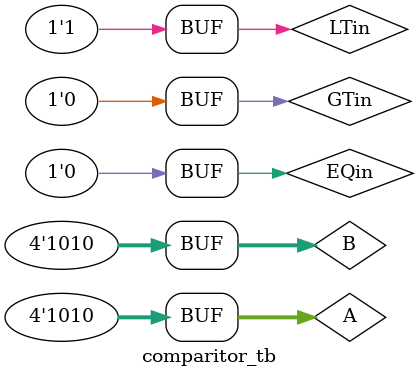
<source format=v>
`timescale 1ns / 1ps

module comparitor_4bit(A, B, GTin, EQin, LTin, GTout, EQout, LTout);
input [3:0] A, B;
input GTin, EQin, LTin;
output reg GTout, EQout, LTout;

always @(A, B, GTin, EQin, LTin) begin
    if (A > B) begin
        GTout <= 1;
        EQout <= 0;
        LTout <= 0;
    end else if (A < B) begin
        GTout <= 0;
        EQout <= 0;
        LTout <= 1;
    end else if (A == B) begin
        if (GTin || LTin) begin
            GTout <= GTin;
            EQout <= 0;
            LTout <= LTin;
        end else begin
            GTout <= 0;
            EQout <= 1;
            LTout <= 0;
        end
    end
end
endmodule



module comparitor_8bit(A, B, GTin, EQin, LTin, GTout, EQout, LTout);
input [7:0] A, B;
input GTin, EQin, LTin;
output reg GTout, EQout, LTout;
wire GTint, EQint, LTint;

comparitor_4bit comp1(A[3:0], B[3:0], GTin, EQin, LTin, GTint, EQint, LTint);
comparitor_4bit comp2(A[7:4], B[7:4], GTint, EQint, LTint, GTout, EQout, LTout);

endmodule



module comparitor_tb;
reg [3:0] A, B;
reg GTin, EQin, LTin;
wire GTout, EQout, LTout;

comparitor_4bit dut(A, B, GTin, EQin, LTin, GTout, EQout, LTout);

initial begin
A = 13;
B = 10;
GTin = 0;
EQin = 0;
LTin = 0;
#10
A = 8;
#10
A = 10;
#10
GTin = 1;
#10
GTin = 0;
EQin = 1;
#10
EQin = 0;
LTin = 1;

end

endmodule

</source>
